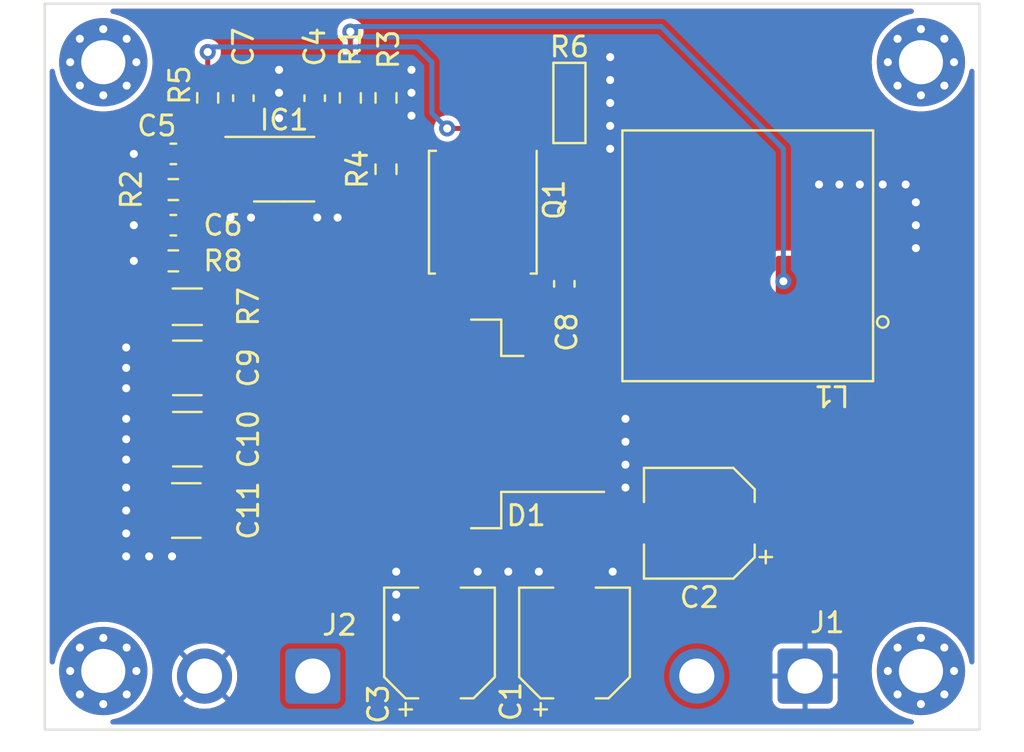
<source format=kicad_pcb>
(kicad_pcb (version 20211014) (generator pcbnew)
  (layers (0 "F.Cu" signal) (31 "B.Cu" signal) (34 "B.Paste" user) (35 "F.Paste" user) (36 "B.SilkS" user "B.Silkscreen") (37 "F.SilkS" user "F.Silkscreen") (38 "B.Mask" user) (39 "F.Mask" user) (44 "Edge.Cuts" user))
  (net 0 "")
  (net 1 "GND")
  (net 2 "Net-(Q1-Pad4)")
  (net 3 "Net-(C4-Pad1)")
  (net 4 "Net-(C5-Pad1)")
  (net 5 "Net-(C6-Pad1)")
  (net 6 "Net-(C7-Pad1)")
  (net 7 "Net-(IC1-Pad3)")
  (net 8 "Net-(IC1-Pad6)")
  (net 9 "Net-(IC1-Pad7)")
  (net 10 "/VIN")
  (net 11 "/VOUT")
  (net 12 "/DRAIN")
  (net 13 "/SOURCE")
  (net 14 "/LOUT")
  (footprint "Connector_Wire:SolderWire-1sqmm_1x02_P5.4mm_D1.4mm_OD2.7mm" (layer "F.Cu") (at 148.402 110.871 180)
    (fp_text reference "J1" (at -1.11 2.667) (layer "F.SilkS"))
    (fp_text value "Conn_01x02")
    (pad "1" thru_hole roundrect (at 0 0 180) (size 2.75 2.75) (drill 1.75) (layers *.Cu *.Mask) (roundrect_rratio 0.09090909091) (net 1 "GND"))
    (pad "2" thru_hole circle (at 5.4 0 180) (size 2.75 2.75) (drill 1.75) (layers *.Cu *.Mask) (net 10 "/VIN"))
  )
  (footprint "volvodash:DRQ127" (layer "F.Cu") (at 145.542 89.916 180)
    (fp_text reference "L1" (at -4.191 -6.985 180 unlocked) (layer "F.SilkS"))
    (fp_text value "4.7u")
    (fp_line (start 6.25 -6.25) (end 6.25 6.25) (layer "F.SilkS") (width 0.12))
    (fp_line (start 6.25 6.25) (end -6.25 6.25) (layer "F.SilkS") (width 0.12))
    (fp_line (start -6.25 -6.25) (end 6.25 -6.25) (layer "F.SilkS") (width 0.12))
    (fp_line (start -6.25 6.25) (end -6.25 -6.25) (layer "F.SilkS") (width 0.12))
    (fp_circle (center -6.731 -3.302) (end -6.477 -3.175) (layer "F.SilkS") (width 0.12) (fill none))
    (pad "1" smd roundrect (at -5.25 -1.5 180) (size 4.5 2.5) (layers "F.Cu" "F.Paste" "F.Mask") (net 10 "/VIN"))
    (pad "2" smd roundrect (at -5.25 1.5 180) (size 4.5 2.5) (layers "F.Cu" "F.Paste" "F.Mask") (net 1 "GND"))
    (pad "3" smd roundrect (at 5.25 1.5 180) (size 4.5 2.5) (layers "F.Cu" "F.Paste" "F.Mask") (net 12 "/DRAIN"))
    (pad "4" smd roundrect (at 5.25 -1.5 180) (size 4.5 2.5) (layers "F.Cu" "F.Paste" "F.Mask") (net 14 "/LOUT"))
  )
  (footprint "Capacitor_SMD:C_0603_1608Metric" (layer "F.Cu") (at 120.396 82.055 90)
    (fp_text reference "C7" (at 2.553 0 90) (layer "F.SilkS"))
    (fp_text value "1n")
    (fp_line (start -0.14058 0.51) (end 0.14058 0.51) (layer "F.SilkS") (width 0.12))
    (fp_line (start -0.14058 -0.51) (end 0.14058 -0.51) (layer "F.SilkS") (width 0.12))
    (pad "1" smd roundrect (at -0.775 0 90) (size 0.9 0.95) (layers "F.Cu" "F.Paste" "F.Mask") (net 6 "Net-(C7-Pad1)"))
    (pad "2" smd roundrect (at 0.775 0 90) (size 0.9 0.95) (layers "F.Cu" "F.Paste" "F.Mask") (net 1 "GND"))
  )
  (footprint "Resistor_SMD:R_0603_1608Metric" (layer "F.Cu") (at 118.618 82.042 -90)
    (fp_text reference "R5" (at -0.635 1.397 90) (layer "F.SilkS"))
    (fp_text value "100R")
    (fp_line (start -0.237258 -0.5225) (end 0.237258 -0.5225) (layer "F.SilkS") (width 0.12))
    (fp_line (start -0.237258 0.5225) (end 0.237258 0.5225) (layer "F.SilkS") (width 0.12))
    (pad "1" smd roundrect (at -0.825 0 270) (size 0.8 0.95) (layers "F.Cu" "F.Paste" "F.Mask") (net 13 "/SOURCE"))
    (pad "2" smd roundrect (at 0.825 0 270) (size 0.8 0.95) (layers "F.Cu" "F.Paste" "F.Mask") (net 6 "Net-(C7-Pad1)"))
  )
  (footprint "Capacitor_SMD:CP_Elec_5x5.3" (layer "F.Cu") (at 130.175 109.22 90)
    (fp_text reference "C3" (at -3.048 -3.048 90) (layer "F.SilkS"))
    (fp_text value "3.3u")
    (fp_line (start 2.76 -2.76) (end 2.76 -1.06) (layer "F.SilkS") (width 0.12))
    (fp_line (start -1.695563 2.76) (end 2.76 2.76) (layer "F.SilkS") (width 0.12))
    (fp_line (start -2.76 1.695563) (end -2.76 1.06) (layer "F.SilkS") (width 0.12))
    (fp_line (start -3.3125 -1.9975) (end -3.3125 -1.3725) (layer "F.SilkS") (width 0.12))
    (fp_line (start -1.695563 -2.76) (end 2.76 -2.76) (layer "F.SilkS") (width 0.12))
    (fp_line (start -3.625 -1.685) (end -3 -1.685) (layer "F.SilkS") (width 0.12))
    (fp_line (start -2.76 1.695563) (end -1.695563 2.76) (layer "F.SilkS") (width 0.12))
    (fp_line (start -2.76 -1.695563) (end -2.76 -1.06) (layer "F.SilkS") (width 0.12))
    (fp_line (start 2.76 2.76) (end 2.76 1.06) (layer "F.SilkS") (width 0.12))
    (fp_line (start -2.76 -1.695563) (end -1.695563 -2.76) (layer "F.SilkS") (width 0.12))
    (pad "1" smd roundrect (at -2.2 0 90) (size 3 1.6) (layers "F.Cu" "F.Paste" "F.Mask") (roundrect_rratio 0.15625) (net 10 "/VIN"))
    (pad "2" smd roundrect (at 2.2 0 90) (size 3 1.6) (layers "F.Cu" "F.Paste" "F.Mask") (roundrect_rratio 0.15625) (net 1 "GND"))
  )
  (footprint "volvodash:R3216" (layer "F.Cu") (at 136.652 82.296)
    (fp_text reference "R6" (at 0 -2.794 unlocked) (layer "F.SilkS"))
    (fp_text value "6mOhm")
    (fp_line (start -0.8 -2) (end 0.8 -2) (layer "F.SilkS") (width 0.12))
    (fp_line (start 0.8 -2) (end 0.8 2) (layer "F.SilkS") (width 0.12))
    (fp_line (start 0.8 2) (end -0.8 2) (layer "F.SilkS") (width 0.12))
    (fp_line (start -0.8 2) (end -0.8 -2) (layer "F.SilkS") (width 0.12))
    (pad "1" smd roundrect (at -0.8 0) (size 1 4) (layers "F.Cu" "F.Paste" "F.Mask") (net 13 "/SOURCE"))
    (pad "2" smd roundrect (at 0.8 0) (size 1 4) (layers "F.Cu" "F.Paste" "F.Mask") (net 1 "GND"))
  )
  (footprint "Capacitor_SMD:C_0603_1608Metric" (layer "F.Cu") (at 116.903 84.836 180)
    (fp_text reference "C5" (at 0.825 1.397) (layer "F.SilkS"))
    (fp_text value "1n")
    (fp_line (start -0.14058 0.51) (end 0.14058 0.51) (layer "F.SilkS") (width 0.12))
    (fp_line (start -0.14058 -0.51) (end 0.14058 -0.51) (layer "F.SilkS") (width 0.12))
    (pad "1" smd roundrect (at -0.775 0 180) (size 0.9 0.95) (layers "F.Cu" "F.Paste" "F.Mask") (net 4 "Net-(C5-Pad1)"))
    (pad "2" smd roundrect (at 0.775 0 180) (size 0.9 0.95) (layers "F.Cu" "F.Paste" "F.Mask") (net 1 "GND"))
  )
  (footprint "Package_TO_SOT_SMD:TO-263-2_TabPin1" (layer "F.Cu") (at 130.302 98.298 180)
    (fp_text reference "D1" (at -4.191 -4.572) (layer "F.SilkS"))
    (fp_text value "D_Schottky")
    (fp_line (start -2.95 3.39) (end -4.05 3.39) (layer "F.SilkS") (width 0.12))
    (fp_line (start -1.45 5.2) (end -2.95 5.2) (layer "F.SilkS") (width 0.12))
    (fp_line (start -1.45 -5.2) (end -2.95 -5.2) (layer "F.SilkS") (width 0.12))
    (fp_line (start -2.95 -5.2) (end -2.95 -3.39) (layer "F.SilkS") (width 0.12))
    (fp_line (start -2.95 -3.39) (end -8.075 -3.39) (layer "F.SilkS") (width 0.12))
    (fp_line (start -2.95 5.2) (end -2.95 3.39) (layer "F.SilkS") (width 0.12))
    (pad "1" smd rect (at 3.375 0 180) (size 9.4 10.8) (layers "F.Cu" "F.Mask") (net 11 "/VOUT"))
    (pad "1" smd rect (at -5.775 -2.54 180) (size 4.6 1.1) (layers "F.Cu" "F.Paste" "F.Mask") (net 11 "/VOUT"))
    (pad "2" smd rect (at -5.775 2.54 180) (size 4.6 1.1) (layers "F.Cu" "F.Paste" "F.Mask") (net 14 "/LOUT"))
  )
  (footprint "Package_TO_SOT_SMD:TDSON-8-1" (layer "F.Cu") (at 132.334 87.742 -90)
    (fp_text reference "Q1" (at -0.62 -3.556 90) (layer "F.SilkS"))
    (fp_text value "BSC026N08NS5")
    (fp_line (start 3.06 2.685) (end -3.06 2.685) (layer "F.SilkS") (width 0.12))
    (fp_line (start 3.06 -2.385) (end 3.06 -2.685) (layer "F.SilkS") (width 0.12))
    (fp_line (start 3.06 2.385) (end 3.06 2.685) (layer "F.SilkS") (width 0.12))
    (fp_line (start 3.06 -2.685) (end -3.06 -2.685) (layer "F.SilkS") (width 0.12))
    (fp_line (start -3.06 2.335) (end -3.06 2.685) (layer "F.SilkS") (width 0.12))
    (pad "1" smd rect (at -2.9 -1.905 270) (size 0.85 0.5) (layers "F.Cu" "F.Paste" "F.Mask") (net 13 "/SOURCE"))
    (pad "2" smd rect (at -2.9 -0.635 270) (size 0.85 0.5) (layers "F.Cu" "F.Paste" "F.Mask") (net 13 "/SOURCE"))
    (pad "3" smd rect (at -2.9 0.635 270) (size 0.85 0.5) (layers "F.Cu" "F.Paste" "F.Mask") (net 13 "/SOURCE"))
    (pad "4" smd rect (at -2.9 1.905 270) (size 0.85 0.5) (layers "F.Cu" "F.Paste" "F.Mask") (net 2 "Net-(Q1-Pad4)"))
    (pad "5" smd rect (at 1.05 0 270) (size 4.55 4.41) (layers "F.Cu") (net 12 "/DRAIN"))
  )
  (footprint "Package_SO:MSOP-8_3x3mm_P0.65mm" (layer "F.Cu") (at 122.428 85.598)
    (fp_text reference "IC1" (at 0 -2.45) (layer "F.SilkS"))
    (fp_text value "LM3488")
    (fp_line (start 0 1.61) (end -1.5 1.61) (layer "F.SilkS") (width 0.12))
    (fp_line (start 0 1.61) (end 1.5 1.61) (layer "F.SilkS") (width 0.12))
    (fp_line (start 0 -1.61) (end -2.925 -1.61) (layer "F.SilkS") (width 0.12))
    (fp_line (start 0 -1.61) (end 1.5 -1.61) (layer "F.SilkS") (width 0.12))
    (pad "1" smd roundrect (at -2.1125 -0.975) (size 1.625 0.4) (layers "F.Cu" "F.Paste" "F.Mask") (net 6 "Net-(C7-Pad1)"))
    (pad "2" smd roundrect (at -2.1125 -0.325) (size 1.625 0.4) (layers "F.Cu" "F.Paste" "F.Mask") (net 4 "Net-(C5-Pad1)"))
    (pad "3" smd roundrect (at -2.1125 0.325) (size 1.625 0.4) (layers "F.Cu" "F.Paste" "F.Mask") (net 7 "Net-(IC1-Pad3)"))
    (pad "4" smd roundrect (at -2.1125 0.975) (size 1.625 0.4) (layers "F.Cu" "F.Paste" "F.Mask") (net 1 "GND"))
    (pad "5" smd roundrect (at 2.1125 0.975) (size 1.625 0.4) (layers "F.Cu" "F.Paste" "F.Mask") (net 1 "GND"))
    (pad "6" smd roundrect (at 2.1125 0.325) (size 1.625 0.4) (layers "F.Cu" "F.Paste" "F.Mask") (net 8 "Net-(IC1-Pad6)"))
    (pad "7" smd roundrect (at 2.1125 -0.325) (size 1.625 0.4) (layers "F.Cu" "F.Paste" "F.Mask") (net 9 "Net-(IC1-Pad7)"))
    (pad "8" smd roundrect (at 2.1125 -0.975) (size 1.625 0.4) (layers "F.Cu" "F.Paste" "F.Mask") (net 3 "Net-(C4-Pad1)"))
  )
  (footprint "MountingHole:MountingHole_2.2mm_M2_Pad_Via" (layer "F.Cu") (at 154.178 110.617)
    (fp_text reference "H4" hide)
    (fp_text value "MountingHole")
    (pad "1" thru_hole circle (at -1.166726 -1.166726) (size 0.7 0.7) (drill 0.4) (layers *.Cu *.Mask))
    (pad "1" thru_hole circle (at 1.166726 -1.166726) (size 0.7 0.7) (drill 0.4) (layers *.Cu *.Mask))
    (pad "1" thru_hole circle (at 0 -1.65) (size 0.7 0.7) (drill 0.4) (layers *.Cu *.Mask))
    (pad "1" thru_hole circle (at 1.166726 1.166726) (size 0.7 0.7) (drill 0.4) (layers *.Cu *.Mask))
    (pad "1" thru_hole circle (at 1.65 0) (size 0.7 0.7) (drill 0.4) (layers *.Cu *.Mask))
    (pad "1" thru_hole circle (at 0 1.65) (size 0.7 0.7) (drill 0.4) (layers *.Cu *.Mask))
    (pad "1" thru_hole circle (at 0 0) (size 4.4 4.4) (drill 2.2) (layers *.Cu *.Mask))
    (pad "1" thru_hole circle (at -1.65 0) (size 0.7 0.7) (drill 0.4) (layers *.Cu *.Mask))
    (pad "1" thru_hole circle (at -1.166726 1.166726) (size 0.7 0.7) (drill 0.4) (layers *.Cu *.Mask))
  )
  (footprint "Capacitor_SMD:C_1210_3225Metric" (layer "F.Cu") (at 117.553 102.616 180)
    (fp_text reference "C11" (at -3.097 0 90) (layer "F.SilkS"))
    (fp_text value "4.7u")
    (fp_line (start -0.711252 -1.36) (end 0.711252 -1.36) (layer "F.SilkS") (width 0.12))
    (fp_line (start -0.711252 1.36) (end 0.711252 1.36) (layer "F.SilkS") (width 0.12))
    (pad "1" smd roundrect (at -1.475 0 180) (size 1.15 2.7) (layers "F.Cu" "F.Paste" "F.Mask") (roundrect_rratio 0.2173913043) (net 11 "/VOUT"))
    (pad "2" smd roundrect (at 1.475 0 180) (size 1.15 2.7) (layers "F.Cu" "F.Paste" "F.Mask") (roundrect_rratio 0.2173913043) (net 1 "GND"))
  )
  (footprint "MountingHole:MountingHole_2.2mm_M2_Pad_Via" (layer "F.Cu") (at 113.411 80.264)
    (fp_text reference "H1" hide)
    (fp_text value "MountingHole")
    (pad "1" thru_hole circle (at -1.65 0) (size 0.7 0.7) (drill 0.4) (layers *.Cu *.Mask))
    (pad "1" thru_hole circle (at -1.166726 1.166726) (size 0.7 0.7) (drill 0.4) (layers *.Cu *.Mask))
    (pad "1" thru_hole circle (at 1.65 0) (size 0.7 0.7) (drill 0.4) (layers *.Cu *.Mask))
    (pad "1" thru_hole circle (at 0 0) (size 4.4 4.4) (drill 2.2) (layers *.Cu *.Mask))
    (pad "1" thru_hole circle (at 1.166726 -1.166726) (size 0.7 0.7) (drill 0.4) (layers *.Cu *.Mask))
    (pad "1" thru_hole circle (at -1.166726 -1.166726) (size 0.7 0.7) (drill 0.4) (layers *.Cu *.Mask))
    (pad "1" thru_hole circle (at 0 -1.65) (size 0.7 0.7) (drill 0.4) (layers *.Cu *.Mask))
    (pad "1" thru_hole circle (at 0 1.65) (size 0.7 0.7) (drill 0.4) (layers *.Cu *.Mask))
    (pad "1" thru_hole circle (at 1.166726 1.166726) (size 0.7 0.7) (drill 0.4) (layers *.Cu *.Mask))
  )
  (footprint "Capacitor_SMD:C_0603_1608Metric" (layer "F.Cu") (at 116.903 88.392 180)
    (fp_text reference "C6" (at -2.477 0 180) (layer "F.SilkS"))
    (fp_text value ".68u")
    (fp_line (start -0.14058 -0.51) (end 0.14058 -0.51) (layer "F.SilkS") (width 0.12))
    (fp_line (start -0.14058 0.51) (end 0.14058 0.51) (layer "F.SilkS") (width 0.12))
    (pad "1" smd roundrect (at -0.775 0 180) (size 0.9 0.95) (layers "F.Cu" "F.Paste" "F.Mask") (net 5 "Net-(C6-Pad1)"))
    (pad "2" smd roundrect (at 0.775 0 180) (size 0.9 0.95) (layers "F.Cu" "F.Paste" "F.Mask") (net 1 "GND"))
  )
  (footprint "Connector_Wire:SolderWire-1sqmm_1x02_P5.4mm_D1.4mm_OD2.7mm" (layer "F.Cu") (at 123.858 110.871 180)
    (fp_text reference "J2" (at -1.331 2.54) (layer "F.SilkS"))
    (fp_text value "Conn_01x02")
    (pad "1" thru_hole roundrect (at 0 0 180) (size 2.75 2.75) (drill 1.75) (layers *.Cu *.Mask) (roundrect_rratio 0.09090909091) (net 11 "/VOUT"))
    (pad "2" thru_hole circle (at 5.4 0 180) (size 2.75 2.75) (drill 1.75) (layers *.Cu *.Mask) (net 1 "GND"))
  )
  (footprint "Capacitor_SMD:CP_Elec_5x5.3" (layer "F.Cu") (at 143.129 103.251 180)
    (fp_text reference "C2" (at 0 -3.7) (layer "F.SilkS"))
    (fp_text value "3.3u")
    (fp_line (start -3.3125 -1.9975) (end -3.3125 -1.3725) (layer "F.SilkS") (width 0.12))
    (fp_line (start -3.625 -1.685) (end -3 -1.685) (layer "F.SilkS") (width 0.12))
    (fp_line (start -2.76 1.695563) (end -2.76 1.06) (layer "F.SilkS") (width 0.12))
    (fp_line (start -2.76 1.695563) (end -1.695563 2.76) (layer "F.SilkS") (width 0.12))
    (fp_line (start 2.76 -2.76) (end 2.76 -1.06) (layer "F.SilkS") (width 0.12))
    (fp_line (start -1.695563 -2.76) (end 2.76 -2.76) (layer "F.SilkS") (width 0.12))
    (fp_line (start -2.76 -1.695563) (end -1.695563 -2.76) (layer "F.SilkS") (width 0.12))
    (fp_line (start -1.695563 2.76) (end 2.76 2.76) (layer "F.SilkS") (width 0.12))
    (fp_line (start 2.76 2.76) (end 2.76 1.06) (layer "F.SilkS") (width 0.12))
    (fp_line (start -2.76 -1.695563) (end -2.76 -1.06) (layer "F.SilkS") (width 0.12))
    (pad "1" smd roundrect (at -2.2 0 180) (size 3 1.6) (layers "F.Cu" "F.Paste" "F.Mask") (roundrect_rratio 0.15625) (net 10 "/VIN"))
    (pad "2" smd roundrect (at 2.2 0 180) (size 3 1.6) (layers "F.Cu" "F.Paste" "F.Mask") (roundrect_rratio 0.15625) (net 1 "GND"))
  )
  (footprint "Resistor_SMD:R_1206_3216Metric" (layer "F.Cu") (at 117.602 92.456 180)
    (fp_text reference "R7" (at -3.048 0 90) (layer "F.SilkS"))
    (fp_text value "30.9k 1%")
    (fp_line (start -0.727064 0.91) (end 0.727064 0.91) (layer "F.SilkS") (width 0.12))
    (fp_line (start -0.727064 -0.91) (end 0.727064 -0.91) (layer "F.SilkS") (width 0.12))
    (pad "1" smd roundrect (at -1.4625 0 180) (size 1.125 1.75) (layers "F.Cu" "F.Paste" "F.Mask") (roundrect_rratio 0.2222222222) (net 11 "/VOUT"))
    (pad "2" smd roundrect (at 1.4625 0 180) (size 1.125 1.75) (layers "F.Cu" "F.Paste" "F.Mask") (roundrect_rratio 0.2222222222) (net 7 "Net-(IC1-Pad3)"))
  )
  (footprint "Resistor_SMD:R_0603_1608Metric" (layer "F.Cu") (at 116.903 86.614 180)
    (fp_text reference "R2" (at 2.095 0 90) (layer "F.SilkS"))
    (fp_text value "270 1%")
    (fp_line (start -0.237258 0.5225) (end 0.237258 0.5225) (layer "F.SilkS") (width 0.12))
    (fp_line (start -0.237258 -0.5225) (end 0.237258 -0.5225) (layer "F.SilkS") (width 0.12))
    (pad "1" smd roundrect (at -0.825 0 180) (size 0.8 0.95) (layers "F.Cu" "F.Paste" "F.Mask") (net 4 "Net-(C5-Pad1)"))
    (pad "2" smd roundrect (at 0.825 0 180) (size 0.8 0.95) (layers "F.Cu" "F.Paste" "F.Mask") (net 5 "Net-(C6-Pad1)"))
  )
  (footprint "Resistor_SMD:R_0603_1608Metric" (layer "F.Cu") (at 116.903 90.17 180)
    (fp_text reference "R8" (at -2.477 0) (layer "F.SilkS"))
    (fp_text value "10k 1%")
    (fp_line (start -0.237258 -0.5225) (end 0.237258 -0.5225) (layer "F.SilkS") (width 0.12))
    (fp_line (start -0.237258 0.5225) (end 0.237258 0.5225) (layer "F.SilkS") (width 0.12))
    (pad "1" smd roundrect (at -0.825 0 180) (size 0.8 0.95) (layers "F.Cu" "F.Paste" "F.Mask") (net 7 "Net-(IC1-Pad3)"))
    (pad "2" smd roundrect (at 0.825 0 180) (size 0.8 0.95) (layers "F.Cu" "F.Paste" "F.Mask") (net 1 "GND"))
  )
  (footprint "Capacitor_SMD:C_0603_1608Metric" (layer "F.Cu") (at 123.952 82.055 90)
    (fp_text reference "C4" (at 2.553 0 90) (layer "F.SilkS"))
    (fp_text value "100n")
    (fp_line (start -0.14058 -0.51) (end 0.14058 -0.51) (layer "F.SilkS") (width 0.12))
    (fp_line (start -0.14058 0.51) (end 0.14058 0.51) (layer "F.SilkS") (width 0.12))
    (pad "1" smd roundrect (at -0.775 0 90) (size 0.9 0.95) (layers "F.Cu" "F.Paste" "F.Mask") (net 3 "Net-(C4-Pad1)"))
    (pad "2" smd roundrect (at 0.775 0 90) (size 0.9 0.95) (layers "F.Cu" "F.Paste" "F.Mask") (net 1 "GND"))
  )
  (footprint "Resistor_SMD:R_0603_1608Metric" (layer "F.Cu") (at 125.73 82.042 -90)
    (fp_text reference "R1" (at -2.54 0 90) (layer "F.SilkS"))
    (fp_text value "20R")
    (fp_line (start -0.237258 0.5225) (end 0.237258 0.5225) (layer "F.SilkS") (width 0.12))
    (fp_line (start -0.237258 -0.5225) (end 0.237258 -0.5225) (layer "F.SilkS") (width 0.12))
    (pad "1" smd roundrect (at -0.825 0 270) (size 0.8 0.95) (layers "F.Cu" "F.Paste" "F.Mask") (net 10 "/VIN"))
    (pad "2" smd roundrect (at 0.825 0 270) (size 0.8 0.95) (layers "F.Cu" "F.Paste" "F.Mask") (net 3 "Net-(C4-Pad1)"))
  )
  (footprint "MountingHole:MountingHole_2.2mm_M2_Pad_Via" (layer "F.Cu") (at 113.411 110.617)
    (fp_text reference "H3" hide)
    (fp_text value "MountingHole")
    (pad "1" thru_hole circle (at 1.65 0) (size 0.7 0.7) (drill 0.4) (layers *.Cu *.Mask))
    (pad "1" thru_hole circle (at -1.166726 -1.166726) (size 0.7 0.7) (drill 0.4) (layers *.Cu *.Mask))
    (pad "1" thru_hole circle (at 0 1.65) (size 0.7 0.7) (drill 0.4) (layers *.Cu *.Mask))
    (pad "1" thru_hole circle (at -1.65 0) (size 0.7 0.7) (drill 0.4) (layers *.Cu *.Mask))
    (pad "1" thru_hole circle (at 1.166726 1.166726) (size 0.7 0.7) (drill 0.4) (layers *.Cu *.Mask))
    (pad "1" thru_hole circle (at 0 0) (size 4.4 4.4) (drill 2.2) (layers *.Cu *.Mask))
    (pad "1" thru_hole circle (at 0 -1.65) (size 0.7 0.7) (drill 0.4) (layers *.Cu *.Mask))
    (pad "1" thru_hole circle (at 1.166726 -1.166726) (size 0.7 0.7) (drill 0.4) (layers *.Cu *.Mask))
    (pad "1" thru_hole circle (at -1.166726 1.166726) (size 0.7 0.7) (drill 0.4) (layers *.Cu *.Mask))
  )
  (footprint "Capacitor_SMD:CP_Elec_5x5.3" (layer "F.Cu") (at 136.906 109.22 90)
    (fp_text reference "C1" (at -2.921 -3.175 90) (layer "F.SilkS"))
    (fp_text value "3.3u")
    (fp_line (start -2.76 -1.695563) (end -1.695563 -2.76) (layer "F.SilkS") (width 0.12))
    (fp_line (start -1.695563 2.76) (end 2.76 2.76) (layer "F.SilkS") (width 0.12))
    (fp_line (start -3.625 -1.685) (end -3 -1.685) (layer "F.SilkS") (width 0.12))
    (fp_line (start -3.3125 -1.9975) (end -3.3125 -1.3725) (layer "F.SilkS") (width 0.12))
    (fp_line (start -2.76 -1.695563) (end -2.76 -1.06) (layer "F.SilkS") (width 0.12))
    (fp_line (start 2.76 -2.76) (end 2.76 -1.06) (layer "F.SilkS") (width 0.12))
    (fp_line (start 2.76 2.76) (end 2.76 1.06) (layer "F.SilkS") (width 0.12))
    (fp_line (start -2.76 1.695563) (end -2.76 1.06) (layer "F.SilkS") (width 0.12))
    (fp_line (start -1.695563 -2.76) (end 2.76 -2.76) (layer "F.SilkS") (width 0.12))
    (fp_line (start -2.76 1.695563) (end -1.695563 2.76) (layer "F.SilkS") (width 0.12))
    (pad "1" smd roundrect (at -2.2 0 90) (size 3 1.6) (layers "F.Cu" "F.Paste" "F.Mask") (roundrect_rratio 0.15625) (net 10 "/VIN"))
    (pad "2" smd roundrect (at 2.2 0 90) (size 3 1.6) (layers "F.Cu" "F.Paste" "F.Mask") (roundrect_rratio 0.15625) (net 1 "GND"))
  )
  (footprint "Capacitor_SMD:C_1210_3225Metric" (layer "F.Cu") (at 117.602 95.504 180)
    (fp_text reference "C9" (at -3.048 0 90) (layer "F.SilkS"))
    (fp_text value "100u")
    (fp_line (start -0.711252 1.36) (end 0.711252 1.36) (layer "F.SilkS") (width 0.12))
    (fp_line (start -0.711252 -1.36) (end 0.711252 -1.36) (layer "F.SilkS") (width 0.12))
    (pad "1" smd roundrect (at -1.475 0 180) (size 1.15 2.7) (layers "F.Cu" "F.Paste" "F.Mask") (roundrect_rratio 0.2173913043) (net 11 "/VOUT"))
    (pad "2" smd roundrect (at 1.475 0 180) (size 1.15 2.7) (layers "F.Cu" "F.Paste" "F.Mask") (roundrect_rratio 0.2173913043) (net 1 "GND"))
  )
  (footprint "MountingHole:MountingHole_2.2mm_M2_Pad_Via" (layer "F.Cu") (at 154.178 80.264)
    (fp_text reference "H2" hide)
    (fp_text value "MountingHole")
    (pad "1" thru_hole circle (at -1.166726 1.166726) (size 0.7 0.7) (drill 0.4) (layers *.Cu *.Mask))
    (pad "1" thru_hole circle (at -1.166726 -1.166726) (size 0.7 0.7) (drill 0.4) (layers *.Cu *.Mask))
    (pad "1" thru_hole circle (at 1.166726 1.166726) (size 0.7 0.7) (drill 0.4) (layers *.Cu *.Mask))
    (pad "1" thru_hole circle (at 1.65 0) (size 0.7 0.7) (drill 0.4) (layers *.Cu *.Mask))
    (pad "1" thru_hole circle (at 0 0) (size 4.4 4.4) (drill 2.2) (layers *.Cu *.Mask))
    (pad "1" thru_hole circle (at 0 1.65) (size 0.7 0.7) (drill 0.4) (layers *.Cu *.Mask))
    (pad "1" thru_hole circle (at -1.65 0) (size 0.7 0.7) (drill 0.4) (layers *.Cu *.Mask))
    (pad "1" thru_hole circle (at 1.166726 -1.166726) (size 0.7 0.7) (drill 0.4) (layers *.Cu *.Mask))
    (pad "1" thru_hole circle (at 0 -1.65) (size 0.7 0.7) (drill 0.4) (layers *.Cu *.Mask))
  )
  (footprint "Capacitor_SMD:C_0603_1608Metric" (layer "F.Cu") (at 136.398 91.313 90)
    (fp_text reference "C8" (at -2.413 0.127 90) (layer "F.SilkS"))
    (fp_text value "4.7u")
    (fp_line (start -0.14058 -0.51) (end 0.14058 -0.51) (layer "F.SilkS") (width 0.12))
    (fp_line (start -0.14058 0.51) (end 0.14058 0.51) (layer "F.SilkS") (width 0.12))
    (pad "1" smd roundrect (at -0.775 0 90) (size 0.9 0.95) (layers "F.Cu" "F.Paste" "F.Mask") (net 14 "/LOUT"))
    (pad "2" smd roundrect (at 0.775 0 90) (size 0.9 0.95) (layers "F.Cu" "F.Paste" "F.Mask") (net 12 "/DRAIN"))
  )
  (footprint "Resistor_SMD:R_0603_1608Metric" (layer "F.Cu") (at 127.508 82.042 -90)
    (fp_text reference "R3" (at -2.413 -0.127 90) (layer "F.SilkS"))
    (fp_text value "75k")
    (fp_line (start -0.237258 -0.5225) (end 0.237258 -0.5225) (layer "F.SilkS") (width 0.12))
    (fp_line (start -0.237258 0.5225) (end 0.237258 0.5225) (layer "F.SilkS") (width 0.12))
    (pad "1" smd roundrect (at -0.825 0 270) (size 0.8 0.95) (layers "F.Cu" "F.Paste" "F.Mask") (net 1 "GND"))
    (pad "2" smd roundrect (at 0.825 0 270) (size 0.8 0.95) (layers "F.Cu" "F.Paste" "F.Mask") (net 9 "Net-(IC1-Pad7)"))
  )
  (footprint "Resistor_SMD:R_0603_1608Metric" (layer "F.Cu") (at 127.508 85.598 90)
    (fp_text reference "R4" (at 0 -1.43 90) (layer "F.SilkS"))
    (fp_text value "0")
    (fp_line (start -0.237258 -0.5225) (end 0.237258 -0.5225) (layer "F.SilkS") (width 0.12))
    (fp_line (start -0.237258 0.5225) (end 0.237258 0.5225) (layer "F.SilkS") (width 0.12))
    (pad "1" smd roundrect (at -0.825 0 90) (size 0.8 0.95) (layers "F.Cu" "F.Paste" "F.Mask") (net 8 "Net-(IC1-Pad6)"))
    (pad "2" smd roundrect (at 0.825 0 90) (size 0.8 0.95) (layers "F.Cu" "F.Paste" "F.Mask") (net 2 "Net-(Q1-Pad4)"))
  )
  (footprint "Capacitor_SMD:C_1210_3225Metric" (layer "F.Cu") (at 117.602 99.06 180)
    (fp_text reference "C10" (at -3.048 0 90) (layer "F.SilkS"))
    (fp_text value "100u")
    (fp_line (start -0.711252 -1.36) (end 0.711252 -1.36) (layer "F.SilkS") (width 0.12))
    (fp_line (start -0.711252 1.36) (end 0.711252 1.36) (layer "F.SilkS") (width 0.12))
    (pad "1" smd roundrect (at -1.475 0 180) (size 1.15 2.7) (layers "F.Cu" "F.Paste" "F.Mask") (roundrect_rratio 0.2173913043) (net 11 "/VOUT"))
    (pad "2" smd roundrect (at 1.475 0 180) (size 1.15 2.7) (layers "F.Cu" "F.Paste" "F.Mask") (roundrect_rratio 0.2173913043) (net 1 "GND"))
  )
  (gr_rect (start 110.49 77.343) (end 157.099 113.538) (layer "Edge.Cuts") (width 0.1) (fill none))
  (via (at 114.554 98.044) (size 0.8) (drill 0.4) (layers "F.Cu" "B.Cu") (net 1))
  (via (at 116.84 104.902) (size 0.8) (drill 0.4) (layers "F.Cu" "B.Cu") (net 1))
  (via (at 114.554 99.06) (size 0.8) (drill 0.4) (layers "F.Cu" "B.Cu") (net 1))
  (via (at 114.554 101.473) (size 0.8) (drill 0.4) (layers "F.Cu" "B.Cu") (net 1))
  (via (at 138.684 80.01) (size 0.8) (drill 0.4) (layers "F.Cu" "B.Cu") (net 1))
  (via (at 114.935 88.392) (size 0.8) (drill 0.4) (layers "F.Cu" "B.Cu") (net 1))
  (via (at 139.446 101.473) (size 0.8) (drill 0.4) (layers "F.Cu" "B.Cu") (net 1))
  (via (at 133.604 105.664) (size 0.8) (drill 0.4) (layers "F.Cu" "B.Cu") (net 1))
  (via (at 139.446 98.044) (size 0.8) (drill 0.4) (layers "F.Cu" "B.Cu") (net 1))
  (via (at 114.935 90.17) (size 0.8) (drill 0.4) (layers "F.Cu" "B.Cu") (net 1))
  (via (at 135.128 105.664) (size 0.8) (drill 0.4) (layers "F.Cu" "B.Cu") (net 1))
  (via (at 149.098 86.36) (size 0.8) (drill 0.4) (layers "F.Cu" "B.Cu") (net 1))
  (via (at 128.778 81.788) (size 0.8) (drill 0.4) (layers "F.Cu" "B.Cu") (net 1))
  (via (at 138.684 83.439) (size 0.8) (drill 0.4) (layers "F.Cu" "B.Cu") (net 1))
  (via (at 153.416 86.36) (size 0.8) (drill 0.4) (layers "F.Cu" "B.Cu") (net 1))
  (via (at 153.924 88.392) (size 0.8) (drill 0.4) (layers "F.Cu" "B.Cu") (net 1))
  (via (at 125.095 88.011) (size 0.8) (drill 0.4) (layers "F.Cu" "B.Cu") (net 1))
  (via (at 132.08 105.664) (size 0.8) (drill 0.4) (layers "F.Cu" "B.Cu") (net 1))
  (via (at 139.446 100.33) (size 0.8) (drill 0.4) (layers "F.Cu" "B.Cu") (net 1))
  (via (at 128.778 80.645) (size 0.8) (drill 0.4) (layers "F.Cu" "B.Cu") (net 1))
  (via (at 115.697 104.902) (size 0.8) (drill 0.4) (layers "F.Cu" "B.Cu") (net 1))
  (via (at 122.174 83.058) (size 0.8) (drill 0.4) (layers "F.Cu" "B.Cu") (net 1))
  (via (at 152.273 86.36) (size 0.8) (drill 0.4) (layers "F.Cu" "B.Cu") (net 1))
  (via (at 138.811 105.664) (size 0.8) (drill 0.4) (layers "F.Cu" "B.Cu") (net 1))
  (via (at 138.684 84.582) (size 0.8) (drill 0.4) (layers "F.Cu" "B.Cu") (net 1))
  (via (at 128.778 82.931) (size 0.8) (drill 0.4) (layers "F.Cu" "B.Cu") (net 1))
  (via (at 122.174 81.788) (size 0.8) (drill 0.4) (layers "F.Cu" "B.Cu") (net 1))
  (via (at 114.554 104.902) (size 0.8) (drill 0.4) (layers "F.Cu" "B.Cu") (net 1))
  (via (at 114.554 102.616) (size 0.8) (drill 0.4) (layers "F.Cu" "B.Cu") (net 1))
  (via (at 119.761 88.011) (size 0.8) (drill 0.4) (layers "F.Cu" "B.Cu") (net 1))
  (via (at 114.554 94.488) (size 0.8) (drill 0.4) (layers "F.Cu" "B.Cu") (net 1))
  (via (at 114.554 95.504) (size 0.8) (drill 0.4) (layers "F.Cu" "B.Cu") (net 1))
  (via (at 138.684 82.296) (size 0.8) (drill 0.4) (layers "F.Cu" "B.Cu") (net 1))
  (via (at 128.016 106.807) (size 0.8) (drill 0.4) (layers "F.Cu" "B.Cu") (net 1))
  (via (at 122.174 80.645) (size 0.8) (drill 0.4) (layers "F.Cu" "B.Cu") (net 1))
  (via (at 139.446 99.187) (size 0.8) (drill 0.4) (layers "F.Cu" "B.Cu") (net 1))
  (via (at 153.924 89.535) (size 0.8) (drill 0.4) (layers "F.Cu" "B.Cu") (net 1))
  (via (at 114.554 96.52) (size 0.8) (drill 0.4) (layers "F.Cu" "B.Cu") (net 1))
  (via (at 151.13 86.36) (size 0.8) (drill 0.4) (layers "F.Cu" "B.Cu") (net 1))
  (via (at 128.016 105.664) (size 0.8) (drill 0.4) (layers "F.Cu" "B.Cu") (net 1))
  (via (at 114.935 84.836) (size 0.8) (drill 0.4) (layers "F.Cu" "B.Cu") (net 1))
  (via (at 153.924 87.249) (size 0.8) (drill 0.4) (layers "F.Cu" "B.Cu") (net 1))
  (via (at 114.554 100.076) (size 0.8) (drill 0.4) (layers "F.Cu" "B.Cu") (net 1))
  (via (at 138.684 81.153) (size 0.8) (drill 0.4) (layers "F.Cu" "B.Cu") (net 1))
  (via (at 114.554 103.759) (size 0.8) (drill 0.4) (layers "F.Cu" "B.Cu") (net 1))
  (via (at 128.016 107.95) (size 0.8) (drill 0.4) (layers "F.Cu" "B.Cu") (net 1))
  (via (at 150.114 86.36) (size 0.8) (drill 0.4) (layers "F.Cu" "B.Cu") (net 1))
  (via (at 120.777 88.011) (size 0.8) (drill 0.4) (layers "F.Cu" "B.Cu") (net 1))
  (via (at 124.079 88.011) (size 0.8) (drill 0.4) (layers "F.Cu" "B.Cu") (net 1))
  (segment (start 129.985 84.773) (end 130.054 84.842) (width 0.25) (layer "F.Cu") (net 2))
  (segment (start 127.508 84.773) (end 129.985 84.773) (width 0.25) (layer "F.Cu") (net 2))
  (segment (start 130.054 84.842) (end 130.429 84.842) (width 0.25) (layer "F.Cu") (net 2))
  (segment (start 124.5405 83.4185) (end 123.952 82.83) (width 0.25) (layer "F.Cu") (net 3))
  (segment (start 124.5405 84.623) (end 124.5405 83.4185) (width 0.25) (layer "F.Cu") (net 3))
  (segment (start 125.1785 83.4185) (end 125.73 82.867) (width 0.25) (layer "F.Cu") (net 3))
  (segment (start 124.5405 83.4185) (end 125.1785 83.4185) (width 0.25) (layer "F.Cu") (net 3))
  (segment (start 117.728 86.614) (end 117.728 85.66) (width 0.25) (layer "F.Cu") (net 4))
  (segment (start 118.115 85.273) (end 117.678 84.836) (width 0.25) (layer "F.Cu") (net 4))
  (segment (start 120.3155 85.273) (end 118.115 85.273) (width 0.25) (layer "F.Cu") (net 4))
  (segment (start 117.728 85.66) (end 118.115 85.273) (width 0.25) (layer "F.Cu") (net 4))
  (segment (start 116.078 86.614) (end 116.078 86.792) (width 0.25) (layer "F.Cu") (net 5))
  (segment (start 116.078 86.792) (end 117.678 88.392) (width 0.25) (layer "F.Cu") (net 5))
  (segment (start 118.618 82.867) (end 120.359 82.867) (width 0.25) (layer "F.Cu") (net 6))
  (segment (start 120.3155 84.623) (end 120.3155 82.9105) (width 0.25) (layer "F.Cu") (net 6))
  (segment (start 120.359 82.867) (end 120.396 82.83) (width 0.25) (layer "F.Cu") (net 6))
  (segment (start 120.3155 82.9105) (end 120.396 82.83) (width 0.25) (layer "F.Cu") (net 6))
  (segment (start 118.11 90.17) (end 117.728 90.17) (width 0.25) (layer "F.Cu") (net 7))
  (segment (start 116.1395 92.456) (end 116.1395 91.6325) (width 0.25) (layer "F.Cu") (net 7))
  (segment (start 117.728 90.806) (end 117.728 90.17) (width 0.25) (layer "F.Cu") (net 7))
  (segment (start 118.872 89.408) (end 118.11 90.17) (width 0.25) (layer "F.Cu") (net 7))
  (segment (start 119.055 85.923) (end 118.872 86.106) (width 0.25) (layer "F.Cu") (net 7))
  (segment (start 120.3155 85.923) (end 119.055 85.923) (width 0.25) (layer "F.Cu") (net 7))
  (segment (start 116.1395 91.6325) (end 116.586 91.186) (width 0.25) (layer "F.Cu") (net 7))
  (segment (start 118.872 86.106) (end 118.872 89.408) (width 0.25) (layer "F.Cu") (net 7))
  (segment (start 116.586 91.186) (end 117.348 91.186) (width 0.25) (layer "F.Cu") (net 7))
  (segment (start 117.348 91.186) (end 117.728 90.806) (width 0.25) (layer "F.Cu") (net 7))
  (segment (start 126.555 86.423) (end 127.508 86.423) (width 0.25) (layer "F.Cu") (net 8))
  (segment (start 126.055 85.923) (end 126.555 86.423) (width 0.25) (layer "F.Cu") (net 8))
  (segment (start 124.5405 85.923) (end 126.055 85.923) (width 0.25) (layer "F.Cu") (net 8))
  (segment (start 124.5405 85.273) (end 126.055 85.273) (width 0.25) (layer "F.Cu") (net 9))
  (segment (start 126.492 84.836) (end 126.492 83.82) (width 0.25) (layer "F.Cu") (net 9))
  (segment (start 126.055 85.273) (end 126.492 84.836) (width 0.25) (layer "F.Cu") (net 9))
  (segment (start 126.492 83.82) (end 127.445 82.867) (width 0.25) (layer "F.Cu") (net 9))
  (segment (start 127.445 82.867) (end 127.508 82.867) (width 0.25) (layer "F.Cu") (net 9))
  (segment (start 149.384493 91.416) (end 149.360493 91.44) (width 0.25) (layer "F.Cu") (net 10))
  (segment (start 149.360493 91.44) (end 147.574 91.44) (width 0.25) (layer "F.Cu") (net 10))
  (segment (start 125.73 78.74) (end 125.73 81.217) (width 0.25) (layer "F.Cu") (net 10))
  (segment (start 150.792 91.416) (end 149.384493 91.416) (width 0.25) (layer "F.Cu") (net 10))
  (segment (start 147.574 91.44) (end 147.32 91.186) (width 0.25) (layer "F.Cu") (net 10))
  (via (at 125.73 78.74) (size 0.8) (drill 0.4) (layers "F.Cu" "B.Cu") (net 10))
  (via (at 147.32 91.186) (size 0.8) (drill 0.4) (layers "F.Cu" "B.Cu") (net 10))
  (segment (start 125.984 78.486) (end 125.73 78.74) (width 0.25) (layer "B.Cu") (net 10))
  (segment (start 147.32 91.186) (end 147.32 84.582) (width 0.25) (layer "B.Cu") (net 10))
  (segment (start 147.32 84.582) (end 141.732 78.994) (width 0.25) (layer "B.Cu") (net 10))
  (segment (start 141.224 78.486) (end 125.984 78.486) (width 0.25) (layer "B.Cu") (net 10))
  (segment (start 141.732 78.994) (end 141.224 78.486) (width 0.25) (layer "B.Cu") (net 10))
  (segment (start 128.666 100.838) (end 126.869 99.041) (width 0.25) (layer "F.Cu") (net 11))
  (segment (start 136.077 100.838) (end 128.666 100.838) (width 0.25) (layer "F.Cu") (net 11))
  (segment (start 131.572 83.566) (end 130.556 83.566) (width 0.25) (layer "F.Cu") (net 13))
  (segment (start 118.618 79.756) (end 118.618 81.217) (width 0.25) (layer "F.Cu") (net 13))
  (segment (start 131.699 83.693) (end 131.572 83.566) (width 0.25) (layer "F.Cu") (net 13))
  (segment (start 131.699 84.842) (end 131.699 83.693) (width 0.25) (layer "F.Cu") (net 13))
  (via (at 130.556 83.566) (size 0.8) (drill 0.4) (layers "F.Cu" "B.Cu") (net 13))
  (via (at 118.618 79.756) (size 0.8) (drill 0.4) (layers "F.Cu" "B.Cu") (net 13))
  (segment (start 129.794 82.55) (end 129.794 80.264) (width 0.25) (layer "B.Cu") (net 13))
  (segment (start 130.556 83.566) (end 129.794 82.804) (width 0.25) (layer "B.Cu") (net 13))
  (segment (start 118.872 79.502) (end 118.618 79.756) (width 0.25) (layer "B.Cu") (net 13))
  (segment (start 129.032 79.502) (end 118.872 79.502) (width 0.25) (layer "B.Cu") (net 13))
  (segment (start 129.794 82.804) (end 129.794 82.55) (width 0.25) (layer "B.Cu") (net 13))
  (segment (start 129.794 80.264) (end 129.032 79.502) (width 0.25) (layer "B.Cu") (net 13))
  (zone (net 11) (net_name "/VOUT") (layer "F.Cu") (priority 1) (connect_pads yes (clearance 0.254)) (min_thickness 0.254) (fill yes (thermal_gap 0.508) (thermal_bridge_width 0.508))
    (polygon (pts (xy 131.826 104.14) (xy 126.492 104.14) (xy 126.492 113.538) (xy 121.412 113.538) (xy 121.412 107.061) (xy 118.491 104.14) (xy 118.491 91.44) (xy 131.826 91.44)))
  )
  (zone (net 13) (net_name "/SOURCE") (layer "F.Cu") (priority 1) (connect_pads yes (clearance 0.254)) (min_thickness 0.254) (fill yes (thermal_gap 0.508) (thermal_bridge_width 0.508))
    (polygon (pts (xy 136.398 85.09) (xy 131.318 85.09) (xy 131.318 80.264) (xy 136.398 80.264)))
  )
  (zone (net 1) (net_name "GND") (layers F&B.Cu) (connect_pads (clearance 0.254)) (min_thickness 0.254) (fill yes (thermal_gap 0.254) (thermal_bridge_width 0.254))
    (polygon (pts (xy 157.099 113.665) (xy 110.49 113.665) (xy 110.49 77.216) (xy 157.099 77.216)))
  )
  (zone (net 14) (net_name "/LOUT") (layer "F.Cu") (priority 1) (connect_pads yes (clearance 0.254)) (min_thickness 0.254) (fill yes (thermal_gap 0.508) (thermal_bridge_width 0.508))
    (polygon (pts (xy 142.494 92.456) (xy 138.43 96.393) (xy 133.604 96.393) (xy 133.59452 94.995929) (xy 133.607449 93.264024) (xy 133.604 91.44) (xy 137.541 91.44) (xy 137.541 89.916) (xy 142.494 89.916)))
  )
  (zone (net 12) (net_name "/DRAIN") (layer "F.Cu") (priority 2) (connect_pads yes (clearance 0.254)) (min_thickness 0.254) (fill yes (thermal_gap 0.508) (thermal_bridge_width 0.508))
    (polygon (pts (xy 142.494 89.916) (xy 137.16 89.916) (xy 137.16 91.186) (xy 129.794 91.186) (xy 129.794 86.36) (xy 142.494 86.36)))
  )
  (zone (net 10) (net_name "/VIN") (layer "F.Cu") (priority 1) (connect_pads yes (clearance 0.254)) (min_thickness 0.254) (fill yes (thermal_gap 0.508) (thermal_bridge_width 0.508))
    (polygon (pts (xy 150.622 113.284) (xy 128.905 113.284) (xy 128.905 109.347) (xy 139.827 109.347) (xy 143.637 104.902) (xy 143.637 102.108) (xy 146.939 102.108) (xy 146.939 89.916) (xy 151.384 89.916) (xy 153.162 89.916) (xy 153.162 106.934) (xy 150.622 109.474)))
  )
)
</source>
